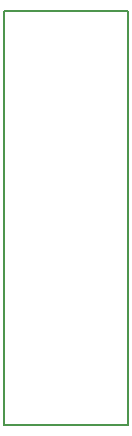
<source format=gbr>
G04 #@! TF.FileFunction,Profile,NP*
%FSLAX46Y46*%
G04 Gerber Fmt 4.6, Leading zero omitted, Abs format (unit mm)*
G04 Created by KiCad (PCBNEW 4.0.1-stable) date 2018/06/27 20:21:40*
%MOMM*%
G01*
G04 APERTURE LIST*
%ADD10C,0.100000*%
%ADD11C,0.150000*%
G04 APERTURE END LIST*
D10*
D11*
X153800000Y-101800000D02*
X143300000Y-101800000D01*
X153800000Y-136800000D02*
X153800000Y-101800000D01*
X143300000Y-136800000D02*
X143300000Y-101800000D01*
X153800000Y-136800000D02*
X143300000Y-136800000D01*
M02*

</source>
